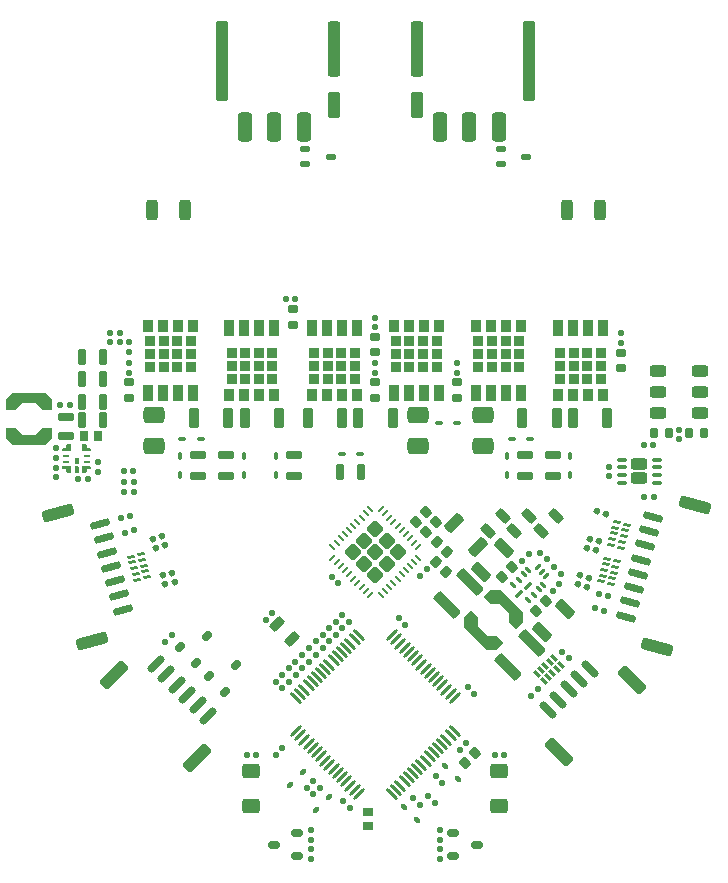
<source format=gbr>
%TF.GenerationSoftware,KiCad,Pcbnew,8.0.6-8.0.6-0~ubuntu22.04.1*%
%TF.CreationDate,2024-11-21T14:47:19+01:00*%
%TF.ProjectId,amulet_controller,616d756c-6574-45f6-936f-6e74726f6c6c,1.1*%
%TF.SameCoordinates,Original*%
%TF.FileFunction,Paste,Top*%
%TF.FilePolarity,Positive*%
%FSLAX46Y46*%
G04 Gerber Fmt 4.6, Leading zero omitted, Abs format (unit mm)*
G04 Created by KiCad (PCBNEW 8.0.6-8.0.6-0~ubuntu22.04.1) date 2024-11-21 14:47:19*
%MOMM*%
%LPD*%
G01*
G04 APERTURE LIST*
G04 Aperture macros list*
%AMRoundRect*
0 Rectangle with rounded corners*
0 $1 Rounding radius*
0 $2 $3 $4 $5 $6 $7 $8 $9 X,Y pos of 4 corners*
0 Add a 4 corners polygon primitive as box body*
4,1,4,$2,$3,$4,$5,$6,$7,$8,$9,$2,$3,0*
0 Add four circle primitives for the rounded corners*
1,1,$1+$1,$2,$3*
1,1,$1+$1,$4,$5*
1,1,$1+$1,$6,$7*
1,1,$1+$1,$8,$9*
0 Add four rect primitives between the rounded corners*
20,1,$1+$1,$2,$3,$4,$5,0*
20,1,$1+$1,$4,$5,$6,$7,0*
20,1,$1+$1,$6,$7,$8,$9,0*
20,1,$1+$1,$8,$9,$2,$3,0*%
%AMRotRect*
0 Rectangle, with rotation*
0 The origin of the aperture is its center*
0 $1 length*
0 $2 width*
0 $3 Rotation angle, in degrees counterclockwise*
0 Add horizontal line*
21,1,$1,$2,0,0,$3*%
%AMFreePoly0*
4,1,13,0.200001,0.350501,0.200001,-0.124500,0.150001,-0.174500,-0.500000,-0.174500,-0.550000,-0.124500,-0.550000,0.000501,-0.500000,0.050501,-0.249998,0.050501,-0.199998,0.100501,-0.199998,0.350501,-0.149998,0.400501,0.150001,0.400501,0.200001,0.350501,0.200001,0.350501,$1*%
%AMFreePoly1*
4,1,13,0.250001,0.124500,0.250001,-0.350503,0.200001,-0.400503,-0.099998,-0.400501,-0.149998,-0.350501,-0.149998,-0.100501,-0.199998,-0.050501,-0.450000,-0.050501,-0.500000,-0.000501,-0.500000,0.124500,-0.450000,0.174500,0.200001,0.174500,0.250001,0.124500,0.250001,0.124500,$1*%
%AMFreePoly2*
4,1,13,0.500000,0.124500,0.500000,-0.000501,0.450000,-0.050501,0.199998,-0.050501,0.149998,-0.100501,0.149998,-0.350501,0.099998,-0.400501,-0.200001,-0.400503,-0.250001,-0.350503,-0.250001,0.124500,-0.200001,0.174500,0.450000,0.174500,0.500000,0.124500,0.500000,0.124500,$1*%
%AMFreePoly3*
4,1,13,0.149998,0.350501,0.149998,0.100501,0.199998,0.050501,0.450000,0.050501,0.500000,0.000501,0.500000,-0.124500,0.450000,-0.174500,-0.200001,-0.174500,-0.250001,-0.124500,-0.250001,0.350501,-0.200001,0.400501,0.099998,0.400501,0.149998,0.350501,0.149998,0.350501,$1*%
%AMFreePoly4*
4,1,11,1.014999,1.170000,0.435000,0.575000,0.435000,-0.575000,1.014999,-1.170000,1.015000,-1.945000,0.125000,-1.945000,-0.434999,-1.395000,-0.434999,1.395000,0.125000,1.945000,1.015000,1.945000,1.014999,1.170000,1.014999,1.170000,$1*%
%AMFreePoly5*
4,1,11,0.434999,1.395000,0.434999,-1.395000,-0.125000,-1.945000,-1.015000,-1.945000,-1.014999,-1.170000,-0.435000,-0.575000,-0.435000,0.575000,-1.014999,1.170000,-1.015000,1.945000,-0.125000,1.945000,0.434999,1.395000,0.434999,1.395000,$1*%
G04 Aperture macros list end*
%ADD10C,0.000000*%
%ADD11RoundRect,0.237500X0.583363X-0.919239X0.919239X-0.583363X-0.583363X0.919239X-0.919239X0.583363X0*%
%ADD12RoundRect,0.130000X-0.130000X-0.130000X0.130000X-0.130000X0.130000X0.130000X-0.130000X0.130000X0*%
%ADD13R,0.900000X0.900000*%
%ADD14R,0.850000X1.450000*%
%ADD15R,0.850000X1.100000*%
%ADD16RoundRect,0.137500X-0.097227X-0.168402X0.168402X-0.097227X0.097227X0.168402X-0.168402X0.097227X0*%
%ADD17RoundRect,0.187500X-0.053033X0.318198X-0.318198X0.053033X0.053033X-0.318198X0.318198X-0.053033X0*%
%ADD18RoundRect,0.150000X0.350000X0.150000X-0.350000X0.150000X-0.350000X-0.150000X0.350000X-0.150000X0*%
%ADD19RoundRect,0.130000X-0.183848X0.000000X0.000000X-0.183848X0.183848X0.000000X0.000000X0.183848X0*%
%ADD20RoundRect,0.187500X-0.194454X0.459619X-0.459619X0.194454X0.194454X-0.459619X0.459619X-0.194454X0*%
%ADD21RoundRect,0.130000X-0.091924X-0.159217X0.159217X-0.091924X0.091924X0.159217X-0.159217X0.091924X0*%
%ADD22RoundRect,0.250000X-0.450000X-0.250000X0.450000X-0.250000X0.450000X0.250000X-0.450000X0.250000X0*%
%ADD23RoundRect,0.075000X-0.350000X-0.075000X0.350000X-0.075000X0.350000X0.075000X-0.350000X0.075000X0*%
%ADD24RoundRect,0.130000X0.183848X0.000000X0.000000X0.183848X-0.183848X0.000000X0.000000X-0.183848X0*%
%ADD25RoundRect,0.162500X0.287500X-0.162500X0.287500X0.162500X-0.287500X0.162500X-0.287500X-0.162500X0*%
%ADD26RoundRect,0.100000X-0.200000X-0.100000X0.200000X-0.100000X0.200000X0.100000X-0.200000X0.100000X0*%
%ADD27RotRect,0.250000X0.600000X225.000000*%
%ADD28RoundRect,0.187500X0.187500X0.462500X-0.187500X0.462500X-0.187500X-0.462500X0.187500X-0.462500X0*%
%ADD29RoundRect,0.310000X0.310000X0.940000X-0.310000X0.940000X-0.310000X-0.940000X0.310000X-0.940000X0*%
%ADD30RoundRect,0.275000X0.275000X0.822500X-0.275000X0.822500X-0.275000X-0.822500X0.275000X-0.822500X0*%
%ADD31RoundRect,0.275000X0.275000X3.122500X-0.275000X3.122500X-0.275000X-3.122500X0.275000X-3.122500X0*%
%ADD32RoundRect,0.275000X0.275000X2.077500X-0.275000X2.077500X-0.275000X-2.077500X0.275000X-2.077500X0*%
%ADD33RoundRect,0.187500X-0.462500X0.187500X-0.462500X-0.187500X0.462500X-0.187500X0.462500X0.187500X0*%
%ADD34RoundRect,0.130000X0.000000X0.183848X-0.183848X0.000000X0.000000X-0.183848X0.183848X0.000000X0*%
%ADD35RoundRect,0.137500X-0.137500X0.137500X-0.137500X-0.137500X0.137500X-0.137500X0.137500X0.137500X0*%
%ADD36RoundRect,0.100000X-0.212132X0.070711X0.070711X-0.212132X0.212132X-0.070711X-0.070711X0.212132X0*%
%ADD37RoundRect,0.240000X0.510000X-0.360000X0.510000X0.360000X-0.510000X0.360000X-0.510000X-0.360000X0*%
%ADD38RoundRect,0.137500X0.168402X0.097227X-0.097227X0.168402X-0.168402X-0.097227X0.097227X-0.168402X0*%
%ADD39RoundRect,0.195652X0.254348X0.654348X-0.254348X0.654348X-0.254348X-0.654348X0.254348X-0.654348X0*%
%ADD40RoundRect,0.137500X-0.194454X0.000000X0.000000X-0.194454X0.194454X0.000000X0.000000X0.194454X0*%
%ADD41RoundRect,0.130000X0.000000X-0.183848X0.183848X0.000000X0.000000X0.183848X-0.183848X0.000000X0*%
%ADD42RoundRect,0.187500X0.462500X-0.187500X0.462500X0.187500X-0.462500X0.187500X-0.462500X-0.187500X0*%
%ADD43RoundRect,0.195652X-0.642545X-0.282843X-0.282843X-0.642545X0.642545X0.282843X0.282843X0.642545X0*%
%ADD44RoundRect,0.162500X-0.287500X0.162500X-0.287500X-0.162500X0.287500X-0.162500X0.287500X0.162500X0*%
%ADD45RoundRect,0.137500X0.194454X0.000000X0.000000X0.194454X-0.194454X0.000000X0.000000X-0.194454X0*%
%ADD46RoundRect,0.137500X0.137500X0.137500X-0.137500X0.137500X-0.137500X-0.137500X0.137500X-0.137500X0*%
%ADD47RoundRect,0.137500X0.000000X-0.194454X0.194454X0.000000X0.000000X0.194454X-0.194454X0.000000X0*%
%ADD48RoundRect,0.350000X0.550000X-0.350000X0.550000X0.350000X-0.550000X0.350000X-0.550000X-0.350000X0*%
%ADD49RoundRect,0.130000X0.159217X0.091924X-0.091924X0.159217X-0.159217X-0.091924X0.091924X-0.159217X0*%
%ADD50RoundRect,0.130000X-0.130000X0.130000X-0.130000X-0.130000X0.130000X-0.130000X0.130000X0.130000X0*%
%ADD51RoundRect,0.175000X-0.500000X0.175000X-0.500000X-0.175000X0.500000X-0.175000X0.500000X0.175000X0*%
%ADD52RoundRect,0.137500X0.137500X-0.137500X0.137500X0.137500X-0.137500X0.137500X-0.137500X-0.137500X0*%
%ADD53RoundRect,0.187500X-0.459619X-0.194454X-0.194454X-0.459619X0.459619X0.194454X0.194454X0.459619X0*%
%ADD54RoundRect,0.206521X-0.268479X-0.643479X0.268479X-0.643479X0.268479X0.643479X-0.268479X0.643479X0*%
%ADD55RoundRect,0.187500X0.262500X-0.187500X0.262500X0.187500X-0.262500X0.187500X-0.262500X-0.187500X0*%
%ADD56RoundRect,0.150000X-0.106066X-0.318198X0.318198X0.106066X0.106066X0.318198X-0.318198X-0.106066X0*%
%ADD57RoundRect,0.137500X-0.262500X-0.137500X0.262500X-0.137500X0.262500X0.137500X-0.262500X0.137500X0*%
%ADD58RoundRect,0.062500X-0.123744X0.212132X-0.212132X0.123744X0.123744X-0.212132X0.212132X-0.123744X0*%
%ADD59RoundRect,0.062500X0.212132X0.123744X0.123744X0.212132X-0.212132X-0.123744X-0.123744X-0.212132X0*%
%ADD60RoundRect,0.062500X0.286555X0.198167X0.198167X0.286555X-0.286555X-0.198167X-0.198167X-0.286555X0*%
%ADD61RoundRect,0.130000X0.130000X0.130000X-0.130000X0.130000X-0.130000X-0.130000X0.130000X-0.130000X0*%
%ADD62RoundRect,0.206521X0.268479X0.643479X-0.268479X0.643479X-0.268479X-0.643479X0.268479X-0.643479X0*%
%ADD63RoundRect,0.150000X-0.601041X-0.388909X-0.388909X-0.601041X0.601041X0.388909X0.388909X0.601041X0*%
%ADD64RoundRect,0.250000X-0.954594X-0.601041X-0.601041X-0.954594X0.954594X0.601041X0.601041X0.954594X0*%
%ADD65RoundRect,0.187500X0.194454X-0.459619X0.459619X-0.194454X-0.194454X0.459619X-0.459619X0.194454X0*%
%ADD66FreePoly0,180.000000*%
%ADD67R,0.600000X0.250000*%
%ADD68FreePoly1,180.000000*%
%ADD69FreePoly2,180.000000*%
%ADD70FreePoly3,180.000000*%
%ADD71RoundRect,0.070000X0.325269X0.424264X-0.424264X-0.325269X-0.325269X-0.424264X0.424264X0.325269X0*%
%ADD72RoundRect,0.070000X-0.325269X0.424264X-0.424264X0.325269X0.325269X-0.424264X0.424264X-0.325269X0*%
%ADD73RoundRect,0.100000X0.100000X-0.200000X0.100000X0.200000X-0.100000X0.200000X-0.100000X-0.200000X0*%
%ADD74RoundRect,0.150000X0.637325X-0.326062X0.714971X-0.036284X-0.637325X0.326062X-0.714971X0.036284X0*%
%ADD75RoundRect,0.250000X0.997814X-0.526182X1.127223X-0.043219X-0.997814X0.526182X-1.127223X0.043219X0*%
%ADD76FreePoly4,225.000000*%
%ADD77FreePoly5,225.000000*%
%ADD78RoundRect,0.130000X0.130000X-0.130000X0.130000X0.130000X-0.130000X0.130000X-0.130000X-0.130000X0*%
%ADD79RoundRect,0.187500X-0.318198X-0.053033X-0.053033X-0.318198X0.318198X0.053033X0.053033X0.318198X0*%
%ADD80RoundRect,0.150000X0.388909X-0.601041X0.601041X-0.388909X-0.388909X0.601041X-0.601041X0.388909X0*%
%ADD81RoundRect,0.250000X0.601041X-0.954594X0.954594X-0.601041X-0.601041X0.954594X-0.954594X0.601041X0*%
%ADD82RoundRect,0.187500X0.053033X-0.318198X0.318198X-0.053033X-0.053033X0.318198X-0.318198X0.053033X0*%
%ADD83RoundRect,0.206521X-0.265165X0.644852X-0.644852X0.265165X0.265165X-0.644852X0.644852X-0.265165X0*%
%ADD84RoundRect,0.195652X-0.254348X-0.654348X0.254348X-0.654348X0.254348X0.654348X-0.254348X0.654348X0*%
%ADD85RoundRect,0.162500X0.162500X0.287500X-0.162500X0.287500X-0.162500X-0.287500X0.162500X-0.287500X0*%
%ADD86RoundRect,0.150000X-0.350000X-0.150000X0.350000X-0.150000X0.350000X0.150000X-0.350000X0.150000X0*%
%ADD87RotRect,0.250000X0.600000X255.000000*%
%ADD88RoundRect,0.100000X-0.070711X-0.212132X0.212132X0.070711X0.070711X0.212132X-0.212132X-0.070711X0*%
%ADD89RoundRect,0.187500X0.187500X0.262500X-0.187500X0.262500X-0.187500X-0.262500X0.187500X-0.262500X0*%
%ADD90RoundRect,0.100000X0.200000X0.100000X-0.200000X0.100000X-0.200000X-0.100000X0.200000X-0.100000X0*%
%ADD91RoundRect,0.137500X0.000000X0.194454X-0.194454X0.000000X0.000000X-0.194454X0.194454X0.000000X0*%
%ADD92RoundRect,0.187500X-0.187500X-0.462500X0.187500X-0.462500X0.187500X0.462500X-0.187500X0.462500X0*%
%ADD93RotRect,0.250000X0.600000X105.000000*%
%ADD94FreePoly4,90.000000*%
%ADD95FreePoly5,90.000000*%
%ADD96RoundRect,0.230000X0.000000X0.487904X-0.487904X0.000000X0.000000X-0.487904X0.487904X0.000000X0*%
%ADD97RoundRect,0.234000X0.000000X0.496389X-0.496389X0.000000X0.000000X-0.496389X0.496389X0.000000X0*%
%ADD98RoundRect,0.055000X0.134350X0.212132X-0.212132X-0.134350X-0.134350X-0.212132X0.212132X0.134350X0*%
%ADD99RoundRect,0.055000X-0.134350X0.212132X-0.212132X0.134350X0.134350X-0.212132X0.212132X-0.134350X0*%
%ADD100RoundRect,0.150000X-0.714971X-0.036284X-0.637325X-0.326062X0.714971X0.036284X0.637325X0.326062X0*%
%ADD101RoundRect,0.250000X-1.127223X-0.043219X-0.997814X-0.526182X1.127223X0.043219X0.997814X0.526182X0*%
%ADD102RoundRect,0.250000X0.450000X0.250000X-0.450000X0.250000X-0.450000X-0.250000X0.450000X-0.250000X0*%
G04 APERTURE END LIST*
D10*
%TO.C,U2*%
G36*
X123375400Y-87538101D02*
G01*
X123375400Y-87988100D01*
X123325400Y-88038100D01*
X123075401Y-88038100D01*
X123025401Y-87988100D01*
X123025401Y-87538101D01*
X123075401Y-87488101D01*
X123325400Y-87488101D01*
X123375400Y-87538101D01*
G37*
G36*
X123375400Y-87538101D02*
G01*
X123375400Y-87988100D01*
X123325400Y-88038100D01*
X123075401Y-88038100D01*
X123025401Y-87988100D01*
X123025401Y-87538101D01*
X123075401Y-87488101D01*
X123325400Y-87488101D01*
X123375400Y-87538101D01*
G37*
G36*
X123375400Y-86788103D02*
G01*
X123375397Y-87238102D01*
X123325397Y-87288102D01*
X123075398Y-87288102D01*
X123025398Y-87238102D01*
X123025398Y-86788103D01*
X123075398Y-86738103D01*
X123325400Y-86738103D01*
X123375400Y-86788103D01*
G37*
G36*
X122750397Y-87513600D02*
G01*
X122750400Y-87913600D01*
X122700400Y-87963602D01*
X122400401Y-87963602D01*
X122350401Y-87913602D01*
X122350401Y-87738601D01*
X122300401Y-87688601D01*
X122050401Y-87688601D01*
X122000401Y-87638599D01*
X122000404Y-87513600D01*
X122050401Y-87463603D01*
X122700400Y-87463603D01*
X122750397Y-87513600D01*
G37*
G36*
X124400394Y-87513600D02*
G01*
X124400397Y-87638599D01*
X124350397Y-87688601D01*
X124100397Y-87688601D01*
X124050397Y-87738601D01*
X124050397Y-87913602D01*
X124000397Y-87963602D01*
X123700398Y-87963602D01*
X123650398Y-87913600D01*
X123650401Y-87513600D01*
X123700398Y-87463603D01*
X124350397Y-87463603D01*
X124400394Y-87513600D01*
G37*
G36*
X124000397Y-85637599D02*
G01*
X124050397Y-85687599D01*
X124050397Y-85937599D01*
X124100397Y-85987599D01*
X124350399Y-85987599D01*
X124400399Y-86037599D01*
X124400399Y-86162600D01*
X124350399Y-86212600D01*
X123700398Y-86212600D01*
X123650398Y-86162600D01*
X123650398Y-85687597D01*
X123700398Y-85637597D01*
X124000397Y-85637599D01*
G37*
%TD*%
D11*
%TO.C,C38*%
X159742740Y-104427232D03*
X161722638Y-102447334D03*
%TD*%
D12*
%TO.C,C138*%
X140900000Y-73299954D03*
X141700000Y-73299954D03*
%TD*%
D13*
%TO.C,Q3*%
X146775400Y-77900100D03*
X145625400Y-77900100D03*
X144475400Y-77900100D03*
X143325400Y-77900100D03*
X146775400Y-79000100D03*
X145625400Y-79000100D03*
X144475400Y-79000100D03*
X143325400Y-79000100D03*
X146775400Y-80100100D03*
X145625400Y-80100100D03*
X144475400Y-80100100D03*
X143325400Y-80100100D03*
D14*
X146955400Y-75750100D03*
X145685400Y-75750100D03*
X144415400Y-75750100D03*
X143145400Y-75750100D03*
D15*
X143145400Y-81425100D03*
X144415400Y-81425100D03*
X145685400Y-81425100D03*
X146955400Y-81425100D03*
%TD*%
D16*
%TO.C,R42*%
X130521710Y-96685879D03*
X131294450Y-96478823D03*
%TD*%
D17*
%TO.C,C1*%
X156924664Y-111725836D03*
X156076136Y-112574364D03*
%TD*%
D18*
%TO.C,Q7*%
X141900400Y-120450100D03*
X141900400Y-118550100D03*
X139900400Y-119500100D03*
%TD*%
D19*
%TO.C,C128*%
X164307557Y-103177257D03*
X164873243Y-103742943D03*
%TD*%
D20*
%TO.C,C16*%
X159286796Y-91663704D03*
X158014004Y-92936496D03*
%TD*%
D16*
%TO.C,R40*%
X129693490Y-93594919D03*
X130466230Y-93387863D03*
%TD*%
D21*
%TO.C,C113*%
X126943013Y-91862072D03*
X127715753Y-91655016D03*
%TD*%
D22*
%TO.C,U10*%
X170850400Y-87300100D03*
X170850400Y-88500100D03*
D23*
X169400400Y-86925100D03*
X169400400Y-87575100D03*
X169400400Y-88225100D03*
X169400400Y-88875100D03*
X172300400Y-88875100D03*
X172300400Y-88225100D03*
X172300400Y-87575100D03*
X172300400Y-86925100D03*
%TD*%
D24*
%TO.C,C5*%
X146333243Y-116382943D03*
X145767557Y-115817257D03*
%TD*%
D25*
%TO.C,R55*%
X155450000Y-81675000D03*
X155450000Y-80375000D03*
%TD*%
D26*
%TO.C,D8*%
X145650400Y-86425100D03*
X147200400Y-86425100D03*
%TD*%
D27*
%TO.C,D26*%
X163594460Y-103679943D03*
X163240907Y-104033496D03*
X162887354Y-104387050D03*
X162533800Y-104740603D03*
X162180247Y-105094156D03*
X162781288Y-105695197D03*
X163134841Y-105341644D03*
X163488394Y-104988090D03*
X163841948Y-104634537D03*
X164195501Y-104280984D03*
%TD*%
D28*
%TO.C,C20*%
X125475399Y-83548100D03*
X123675399Y-83548100D03*
%TD*%
D29*
%TO.C,J12*%
X153950400Y-58785100D03*
X156450400Y-58785100D03*
X158950400Y-58785100D03*
D30*
X151980400Y-56857600D03*
D31*
X161520400Y-53152600D03*
D32*
X151980400Y-52107600D03*
%TD*%
D33*
%TO.C,R10*%
X163524600Y-86525000D03*
X163524600Y-88325000D03*
%TD*%
D34*
%TO.C,C8*%
X156208243Y-110917257D03*
X155642557Y-111482943D03*
%TD*%
D35*
%TO.C,R30*%
X127200400Y-88825100D03*
X127200400Y-89625100D03*
%TD*%
D36*
%TO.C,D19*%
X150952392Y-116352092D03*
X152048408Y-117448108D03*
%TD*%
D34*
%TO.C,C2*%
X139783243Y-99917257D03*
X139217557Y-100482943D03*
%TD*%
D37*
%TO.C,D13*%
X159000400Y-116250100D03*
X159000400Y-113250100D03*
%TD*%
D38*
%TO.C,R37*%
X167217538Y-94588123D03*
X166444798Y-94381067D03*
%TD*%
D39*
%TO.C,C95*%
X163840000Y-83400000D03*
X160940000Y-83400000D03*
%TD*%
D40*
%TO.C,R6*%
X162429743Y-94775222D03*
X162995429Y-95340908D03*
%TD*%
D41*
%TO.C,C94*%
X152292557Y-96732943D03*
X152858243Y-96167257D03*
%TD*%
D13*
%TO.C,Q4*%
X150225400Y-79100100D03*
X151375400Y-79100100D03*
X152525400Y-79100100D03*
X153675400Y-79100100D03*
X150225400Y-78000100D03*
X151375400Y-78000100D03*
X152525400Y-78000100D03*
X153675400Y-78000100D03*
X150225400Y-76900100D03*
X151375400Y-76900100D03*
X152525400Y-76900100D03*
X153675400Y-76900100D03*
D14*
X150045400Y-81250100D03*
X151315400Y-81250100D03*
X152585400Y-81250100D03*
X153855400Y-81250100D03*
D15*
X153855400Y-75575100D03*
X152585400Y-75575100D03*
X151315400Y-75575100D03*
X150045400Y-75575100D03*
%TD*%
D42*
%TO.C,R11*%
X161150000Y-88325000D03*
X161150000Y-86525000D03*
%TD*%
D43*
%TO.C,C89*%
X155175095Y-92299795D03*
X157225705Y-94350405D03*
%TD*%
D44*
%TO.C,R58*%
X169320000Y-77874998D03*
X169320000Y-79174998D03*
%TD*%
D45*
%TO.C,R3*%
X144033243Y-102857943D03*
X143467557Y-102292257D03*
%TD*%
D42*
%TO.C,R17*%
X133480000Y-88325000D03*
X133480000Y-86525000D03*
%TD*%
D19*
%TO.C,C90*%
X144792557Y-96817257D03*
X145358243Y-97382943D03*
%TD*%
%TO.C,C9*%
X156307557Y-106167257D03*
X156873243Y-106732943D03*
%TD*%
D46*
%TO.C,R23*%
X138400400Y-111950100D03*
X137600400Y-111950100D03*
%TD*%
D41*
%TO.C,C28*%
X163505044Y-98048626D03*
X164070730Y-97482940D03*
%TD*%
D47*
%TO.C,R47*%
X143242557Y-115257943D03*
X143808243Y-114692257D03*
%TD*%
D29*
%TO.C,J13*%
X137450400Y-58785100D03*
X139950400Y-58785100D03*
X142450400Y-58785100D03*
D31*
X135480400Y-53152600D03*
D30*
X145020400Y-56860100D03*
D32*
X145020400Y-52110100D03*
%TD*%
D48*
%TO.C,R12*%
X157575400Y-85790000D03*
X157575400Y-83090000D03*
%TD*%
D49*
%TO.C,C114*%
X168211752Y-98498689D03*
X167439012Y-98291633D03*
%TD*%
D41*
%TO.C,C11*%
X142309714Y-104590786D03*
X142875400Y-104025100D03*
%TD*%
D50*
%TO.C,C27*%
X121440400Y-85940100D03*
X121440400Y-86740100D03*
%TD*%
D38*
%TO.C,R35*%
X166385783Y-97672957D03*
X165613043Y-97465901D03*
%TD*%
D16*
%TO.C,R43*%
X130726866Y-97458621D03*
X131499606Y-97251565D03*
%TD*%
D46*
%TO.C,R33*%
X172040400Y-85700100D03*
X171240400Y-85700100D03*
%TD*%
D13*
%TO.C,Q6*%
X129410401Y-79100100D03*
X130560401Y-79100100D03*
X131710401Y-79100100D03*
X132860401Y-79100100D03*
X129410401Y-78000100D03*
X130560401Y-78000100D03*
X131710401Y-78000100D03*
X132860401Y-78000100D03*
X129410401Y-76900100D03*
X130560401Y-76900100D03*
X131710401Y-76900100D03*
X132860401Y-76900100D03*
D14*
X129230401Y-81250100D03*
X130500401Y-81250100D03*
X131770401Y-81250100D03*
X133040401Y-81250100D03*
D15*
X133040401Y-75575100D03*
X131770401Y-75575100D03*
X130500401Y-75575100D03*
X129230401Y-75575100D03*
%TD*%
D51*
%TO.C,C37*%
X122300399Y-83288100D03*
X122300399Y-84888100D03*
%TD*%
D52*
%TO.C,TH1*%
X127640000Y-77780000D03*
X127640000Y-76980000D03*
%TD*%
D53*
%TO.C,FB1*%
X140164004Y-100863704D03*
X141436796Y-102136496D03*
%TD*%
D21*
%TO.C,C115*%
X127274030Y-93093628D03*
X128046770Y-92886572D03*
%TD*%
D54*
%TO.C,C50*%
X164700000Y-65800000D03*
X167500000Y-65800000D03*
%TD*%
D19*
%TO.C,C3*%
X150467557Y-100342257D03*
X151033243Y-100907943D03*
%TD*%
D52*
%TO.C,R25*%
X153950400Y-119100100D03*
X153950400Y-118300100D03*
%TD*%
D55*
%TO.C,C130*%
X147900000Y-117950000D03*
X147900000Y-116750000D03*
%TD*%
D49*
%TO.C,C112*%
X167886770Y-99703628D03*
X167114030Y-99496572D03*
%TD*%
D48*
%TO.C,R18*%
X129760000Y-85790000D03*
X129760000Y-83090000D03*
%TD*%
D35*
%TO.C,R22*%
X143050400Y-119900100D03*
X143050400Y-120700100D03*
%TD*%
D56*
%TO.C,D27*%
X131947148Y-102795331D03*
X133290651Y-104138834D03*
X134245245Y-101840737D03*
%TD*%
D57*
%TO.C,D24*%
X159125400Y-60600100D03*
X159125400Y-61900100D03*
X161275400Y-61250100D03*
%TD*%
D58*
%TO.C,U3*%
X161439790Y-98805731D03*
X161899409Y-98346112D03*
X162359029Y-97886492D03*
X162712582Y-97532939D03*
D59*
X162942392Y-96737444D03*
X162588838Y-96383891D03*
X162235285Y-96030337D03*
D58*
X161439790Y-96260147D03*
X161086237Y-96613700D03*
X160626617Y-97073320D03*
X160166998Y-97532939D03*
D60*
X160683009Y-98289720D03*
X161400899Y-97571830D03*
%TD*%
D24*
%TO.C,C26*%
X164215193Y-96560668D03*
X163649507Y-95994982D03*
%TD*%
D17*
%TO.C,C23*%
X160056864Y-96038036D03*
X159208336Y-96886564D03*
%TD*%
D61*
%TO.C,C108*%
X172050401Y-90100103D03*
X171250401Y-90100103D03*
%TD*%
D17*
%TO.C,C88*%
X152774664Y-91355836D03*
X151926136Y-92204364D03*
%TD*%
D13*
%TO.C,Q1*%
X167575400Y-77900100D03*
X166425400Y-77900100D03*
X165275400Y-77900100D03*
X164125400Y-77900100D03*
X167575400Y-79000100D03*
X166425400Y-79000100D03*
X165275400Y-79000100D03*
X164125400Y-79000100D03*
X167575400Y-80100100D03*
X166425400Y-80100100D03*
X165275400Y-80100100D03*
X164125400Y-80100100D03*
D14*
X167755400Y-75750100D03*
X166485400Y-75750100D03*
X165215400Y-75750100D03*
X163945400Y-75750100D03*
D15*
X163945400Y-81425100D03*
X165215400Y-81425100D03*
X166485400Y-81425100D03*
X167755400Y-81425100D03*
%TD*%
D41*
%TO.C,C127*%
X161667557Y-106932943D03*
X162233243Y-106367257D03*
%TD*%
D62*
%TO.C,C66*%
X132350000Y-65800000D03*
X129550000Y-65800000D03*
%TD*%
D63*
%TO.C,J10*%
X129921170Y-104184914D03*
X130805053Y-105068797D03*
X131688937Y-105952681D03*
X132572820Y-106836564D03*
X133456704Y-107720448D03*
X134340587Y-108604331D03*
D64*
X126350281Y-105139508D03*
X133385993Y-112175220D03*
%TD*%
D65*
%TO.C,C18*%
X162514004Y-92936496D03*
X163786796Y-91663704D03*
%TD*%
D66*
%TO.C,U2*%
X123850399Y-87638100D03*
D67*
X124100399Y-87088100D03*
X124100399Y-86588100D03*
D68*
X123900399Y-86038100D03*
D69*
X122500399Y-86038100D03*
D67*
X122300399Y-86588100D03*
X122300399Y-87088100D03*
D70*
X122500399Y-87638100D03*
%TD*%
D12*
%TO.C,C29*%
X121825400Y-82250100D03*
X122625400Y-82250100D03*
%TD*%
D46*
%TO.C,R4*%
X124150398Y-88563101D03*
X123350398Y-88563101D03*
%TD*%
D42*
%TO.C,R16*%
X135860000Y-88325000D03*
X135860000Y-86525000D03*
%TD*%
D71*
%TO.C,U1*%
X155217914Y-107085886D03*
X154864361Y-106732333D03*
X154510808Y-106378780D03*
X154157254Y-106025226D03*
X153803701Y-105671673D03*
X153450147Y-105318119D03*
X153096594Y-104964566D03*
X152743041Y-104611013D03*
X152389487Y-104257459D03*
X152035934Y-103903906D03*
X151682381Y-103550353D03*
X151328827Y-103196799D03*
X150975274Y-102843246D03*
X150621720Y-102489692D03*
X150268167Y-102136139D03*
X149914614Y-101782586D03*
D72*
X147086186Y-101782586D03*
X146732633Y-102136139D03*
X146379080Y-102489692D03*
X146025526Y-102843246D03*
X145671973Y-103196799D03*
X145318419Y-103550353D03*
X144964866Y-103903906D03*
X144611313Y-104257459D03*
X144257759Y-104611013D03*
X143904206Y-104964566D03*
X143550653Y-105318119D03*
X143197099Y-105671673D03*
X142843546Y-106025226D03*
X142489992Y-106378780D03*
X142136439Y-106732333D03*
X141782886Y-107085886D03*
D71*
X141782886Y-109914314D03*
X142136439Y-110267867D03*
X142489992Y-110621420D03*
X142843546Y-110974974D03*
X143197099Y-111328527D03*
X143550653Y-111682081D03*
X143904206Y-112035634D03*
X144257759Y-112389187D03*
X144611313Y-112742741D03*
X144964866Y-113096294D03*
X145318419Y-113449847D03*
X145671973Y-113803401D03*
X146025526Y-114156954D03*
X146379080Y-114510508D03*
X146732633Y-114864061D03*
X147086186Y-115217614D03*
D72*
X149914614Y-115217614D03*
X150268167Y-114864061D03*
X150621720Y-114510508D03*
X150975274Y-114156954D03*
X151328827Y-113803401D03*
X151682381Y-113449847D03*
X152035934Y-113096294D03*
X152389487Y-112742741D03*
X152743041Y-112389187D03*
X153096594Y-112035634D03*
X153450147Y-111682081D03*
X153803701Y-111328527D03*
X154157254Y-110974974D03*
X154510808Y-110621420D03*
X154864361Y-110267867D03*
X155217914Y-109914314D03*
%TD*%
D73*
%TO.C,D4*%
X165010000Y-88175000D03*
X165010000Y-86625000D03*
%TD*%
D24*
%TO.C,C14*%
X143458243Y-103432943D03*
X142892557Y-102867257D03*
%TD*%
D45*
%TO.C,R44*%
X152258243Y-116157943D03*
X151692557Y-115592257D03*
%TD*%
D47*
%TO.C,R45*%
X142692557Y-114707943D03*
X143258243Y-114142257D03*
%TD*%
D50*
%TO.C,C136*%
X169320000Y-76224998D03*
X169320000Y-77024998D03*
%TD*%
D16*
%TO.C,R41*%
X129900542Y-94367662D03*
X130673282Y-94160606D03*
%TD*%
D74*
%TO.C,J6*%
X169721104Y-100197210D03*
X170044628Y-98989803D03*
X170368152Y-97782396D03*
X170691675Y-96574988D03*
X171015199Y-95367581D03*
X171338723Y-94160174D03*
X171662247Y-92952767D03*
X171985771Y-91745359D03*
D75*
X172333251Y-102812394D03*
X175555547Y-90786617D03*
%TD*%
D17*
%TO.C,C25*%
X162934664Y-98915836D03*
X162086136Y-99764364D03*
%TD*%
D50*
%TO.C,C129*%
X174200400Y-84400100D03*
X174200400Y-85200100D03*
%TD*%
%TO.C,C103*%
X128050400Y-88825100D03*
X128050400Y-89625100D03*
%TD*%
D76*
%TO.C,L2*%
X159735665Y-99237066D03*
D77*
X157239579Y-101733152D03*
%TD*%
D73*
%TO.C,D7*%
X140120000Y-88175000D03*
X140120000Y-86625000D03*
%TD*%
D78*
%TO.C,C109*%
X168250402Y-88300100D03*
X168250402Y-87500100D03*
%TD*%
D79*
%TO.C,C93*%
X153651136Y-95575836D03*
X154499664Y-96424364D03*
%TD*%
D73*
%TO.C,D10*%
X137340000Y-88180000D03*
X137340000Y-86630000D03*
%TD*%
D80*
%TO.C,J14*%
X163099486Y-108134719D03*
X163983369Y-107250836D03*
X164867252Y-106366952D03*
X165751136Y-105483069D03*
X166635019Y-104599186D03*
D81*
X164054080Y-111705609D03*
X170205909Y-105553780D03*
%TD*%
D82*
%TO.C,C92*%
X152776136Y-93054364D03*
X153624664Y-92205836D03*
%TD*%
D83*
%TO.C,C21*%
X159410349Y-94410151D03*
X157430451Y-96390049D03*
%TD*%
D35*
%TO.C,R24*%
X153950400Y-119900100D03*
X153950400Y-120700100D03*
%TD*%
D57*
%TO.C,D25*%
X142575400Y-60600100D03*
X142575400Y-61900100D03*
X144725400Y-61250100D03*
%TD*%
D41*
%TO.C,C126*%
X130717557Y-102332943D03*
X131283243Y-101767257D03*
%TD*%
D48*
%TO.C,R15*%
X152100000Y-85790000D03*
X152100000Y-83090000D03*
%TD*%
D24*
%TO.C,C13*%
X144608243Y-102282943D03*
X144042557Y-101717257D03*
%TD*%
D84*
%TO.C,C96*%
X137450400Y-83400100D03*
X140350400Y-83400100D03*
%TD*%
D41*
%TO.C,C7*%
X141734714Y-104015786D03*
X142300400Y-103450100D03*
%TD*%
D11*
%TO.C,C30*%
X154545502Y-99229998D03*
X156525400Y-97250100D03*
%TD*%
D78*
%TO.C,C135*%
X127640000Y-79549999D03*
X127640000Y-78749999D03*
%TD*%
D85*
%TO.C,R51*%
X173350400Y-84680098D03*
X172050400Y-84680098D03*
%TD*%
D73*
%TO.C,D5*%
X159670000Y-88175000D03*
X159670000Y-86625000D03*
%TD*%
D46*
%TO.C,R27*%
X126840000Y-76980000D03*
X126040000Y-76980000D03*
%TD*%
D86*
%TO.C,Q8*%
X155100400Y-118550100D03*
X155100400Y-120450100D03*
X157100400Y-119500100D03*
%TD*%
D50*
%TO.C,C137*%
X148500000Y-74900000D03*
X148500000Y-75700000D03*
%TD*%
D44*
%TO.C,R60*%
X141539998Y-74180001D03*
X141539998Y-75480001D03*
%TD*%
D26*
%TO.C,D6*%
X153850000Y-83800000D03*
X155400000Y-83800000D03*
%TD*%
D87*
%TO.C,D16*%
X168954468Y-92199176D03*
X168825058Y-92682139D03*
X168695649Y-93165102D03*
X168566239Y-93648065D03*
X168436829Y-94131028D03*
X169257866Y-94351024D03*
X169387276Y-93868061D03*
X169516685Y-93385098D03*
X169646095Y-92902135D03*
X169775505Y-92419172D03*
%TD*%
D73*
%TO.C,D11*%
X131990000Y-88180000D03*
X131990000Y-86630000D03*
%TD*%
D37*
%TO.C,D12*%
X138000400Y-116250100D03*
X138000400Y-113250100D03*
%TD*%
D85*
%TO.C,R50*%
X176350400Y-84680099D03*
X175050400Y-84680099D03*
%TD*%
D88*
%TO.C,D22*%
X143452392Y-116548108D03*
X144548408Y-115452092D03*
%TD*%
D45*
%TO.C,R2*%
X145158243Y-101732943D03*
X144592557Y-101167257D03*
%TD*%
D20*
%TO.C,FB3*%
X161536796Y-91663704D03*
X160264004Y-92936496D03*
%TD*%
D78*
%TO.C,C133*%
X155450000Y-79550000D03*
X155450000Y-78750000D03*
%TD*%
D44*
%TO.C,R59*%
X148500000Y-76500000D03*
X148500000Y-77800000D03*
%TD*%
D89*
%TO.C,C22*%
X124990400Y-84910100D03*
X123790400Y-84910100D03*
%TD*%
D61*
%TO.C,C101*%
X126840000Y-76170000D03*
X126040000Y-76170000D03*
%TD*%
D47*
%TO.C,R8*%
X140067557Y-111932943D03*
X140633243Y-111367257D03*
%TD*%
D38*
%TO.C,R38*%
X167423301Y-93820205D03*
X166650561Y-93613149D03*
%TD*%
D90*
%TO.C,D3*%
X161615000Y-85200000D03*
X160065000Y-85200000D03*
%TD*%
D91*
%TO.C,R5*%
X161507470Y-94919674D03*
X160941784Y-95485360D03*
%TD*%
D45*
%TO.C,R46*%
X154158243Y-114257943D03*
X153592557Y-113692257D03*
%TD*%
D83*
%TO.C,C19*%
X164560349Y-99560151D03*
X162580451Y-101540049D03*
%TD*%
D45*
%TO.C,R1*%
X145708243Y-101182943D03*
X145142557Y-100617257D03*
%TD*%
D42*
%TO.C,R13*%
X141600400Y-88325100D03*
X141600400Y-86525100D03*
%TD*%
D39*
%TO.C,C98*%
X145675000Y-83400000D03*
X142775000Y-83400000D03*
%TD*%
D24*
%TO.C,C4*%
X140608243Y-106282943D03*
X140042557Y-105717257D03*
%TD*%
D25*
%TO.C,R57*%
X127640000Y-81675000D03*
X127640000Y-80375000D03*
%TD*%
D84*
%TO.C,C97*%
X147050000Y-83400000D03*
X149950000Y-83400000D03*
%TD*%
D34*
%TO.C,C6*%
X141175400Y-104575100D03*
X140609714Y-105140786D03*
%TD*%
%TO.C,C10*%
X141750400Y-105150100D03*
X141184714Y-105715786D03*
%TD*%
D38*
%TO.C,R39*%
X168044463Y-91501991D03*
X167271723Y-91294935D03*
%TD*%
D92*
%TO.C,R14*%
X145520401Y-87975100D03*
X147320401Y-87975100D03*
%TD*%
D93*
%TO.C,D17*%
X129141797Y-96848571D03*
X129012387Y-96365608D03*
X128882977Y-95882645D03*
X128753568Y-95399682D03*
X128624158Y-94916719D03*
X127803121Y-95136715D03*
X127932531Y-95619678D03*
X128061941Y-96102641D03*
X128191350Y-96585604D03*
X128320760Y-97068567D03*
%TD*%
D79*
%TO.C,C91*%
X153686136Y-93850836D03*
X154534664Y-94699364D03*
%TD*%
D92*
%TO.C,C15*%
X123670400Y-78200100D03*
X125470400Y-78200100D03*
%TD*%
D46*
%TO.C,R26*%
X159400400Y-111950100D03*
X158600400Y-111950100D03*
%TD*%
D88*
%TO.C,D20*%
X141302392Y-114448108D03*
X142398408Y-113352092D03*
%TD*%
D56*
%TO.C,D23*%
X134386666Y-105234849D03*
X135730169Y-106578352D03*
X136684763Y-104280255D03*
%TD*%
D84*
%TO.C,C100*%
X165225400Y-83400100D03*
X168125400Y-83400100D03*
%TD*%
D94*
%TO.C,L1*%
X119200400Y-85245100D03*
D95*
X119200400Y-81715100D03*
%TD*%
D78*
%TO.C,C134*%
X148500000Y-79550000D03*
X148500000Y-78750000D03*
%TD*%
D25*
%TO.C,R56*%
X148500000Y-81675000D03*
X148500000Y-80375000D03*
%TD*%
D52*
%TO.C,R21*%
X143050400Y-119100100D03*
X143050400Y-118300100D03*
%TD*%
D24*
%TO.C,C12*%
X146258243Y-100632943D03*
X145692557Y-100067257D03*
%TD*%
D38*
%TO.C,R36*%
X166592834Y-96900218D03*
X165820094Y-96693162D03*
%TD*%
D96*
%TO.C,U6*%
X150437873Y-94750100D03*
D97*
X149469136Y-93781364D03*
D96*
X148500400Y-92812627D03*
X149469136Y-95718836D03*
X148500400Y-94750100D03*
X147531664Y-93781364D03*
X148500400Y-96687573D03*
X147531664Y-95718836D03*
X146562927Y-94750100D03*
D98*
X152142000Y-94290481D03*
X151788447Y-93936927D03*
X151434893Y-93583374D03*
X151081340Y-93229820D03*
X150727786Y-92876267D03*
X150374233Y-92522714D03*
X150020680Y-92169160D03*
X149667126Y-91815607D03*
X149313573Y-91462053D03*
X148960019Y-91108500D03*
D99*
X148040781Y-91108500D03*
X147687227Y-91462053D03*
X147333674Y-91815607D03*
X146980120Y-92169160D03*
X146626567Y-92522714D03*
X146273014Y-92876267D03*
X145919460Y-93229820D03*
X145565907Y-93583374D03*
X145212353Y-93936927D03*
X144858800Y-94290481D03*
D98*
X144858800Y-95209719D03*
X145212353Y-95563273D03*
X145565907Y-95916826D03*
X145919460Y-96270380D03*
X146273014Y-96623933D03*
X146626567Y-96977486D03*
X146980120Y-97331040D03*
X147333674Y-97684593D03*
X147687227Y-98038147D03*
X148040781Y-98391700D03*
D99*
X148960019Y-98391700D03*
X149313573Y-98038147D03*
X149667126Y-97684593D03*
X150020680Y-97331040D03*
X150374233Y-96977486D03*
X150727786Y-96623933D03*
X151081340Y-96270380D03*
X151434893Y-95916826D03*
X151788447Y-95563273D03*
X152142000Y-95209719D03*
%TD*%
D13*
%TO.C,Q2*%
X157225400Y-79100100D03*
X158375400Y-79100100D03*
X159525400Y-79100100D03*
X160675400Y-79100100D03*
X157225400Y-78000100D03*
X158375400Y-78000100D03*
X159525400Y-78000100D03*
X160675400Y-78000100D03*
X157225400Y-76900100D03*
X158375400Y-76900100D03*
X159525400Y-76900100D03*
X160675400Y-76900100D03*
D14*
X157045400Y-81250100D03*
X158315400Y-81250100D03*
X159585400Y-81250100D03*
X160855400Y-81250100D03*
D15*
X160855400Y-75575100D03*
X159585400Y-75575100D03*
X158315400Y-75575100D03*
X157045400Y-75575100D03*
%TD*%
D50*
%TO.C,C24*%
X121440400Y-87613101D03*
X121440400Y-88413101D03*
%TD*%
D28*
%TO.C,C17*%
X125475400Y-82010100D03*
X123675400Y-82010100D03*
%TD*%
D90*
%TO.C,D9*%
X133695000Y-85200000D03*
X132145000Y-85200000D03*
%TD*%
D100*
%TO.C,J7*%
X125156791Y-92369063D03*
X125480315Y-93576470D03*
X125803839Y-94783877D03*
X126127363Y-95991285D03*
X126450887Y-97198692D03*
X126774410Y-98406099D03*
X127097934Y-99613507D03*
D101*
X121587013Y-91410321D03*
X124485787Y-102228690D03*
%TD*%
D45*
%TO.C,R9*%
X153553243Y-115982943D03*
X152987557Y-115417257D03*
%TD*%
D35*
%TO.C,R7*%
X125000400Y-87150100D03*
X125000400Y-87950100D03*
%TD*%
D13*
%TO.C,Q5*%
X139775400Y-77900100D03*
X138625400Y-77900100D03*
X137475400Y-77900100D03*
X136325400Y-77900100D03*
X139775400Y-79000100D03*
X138625400Y-79000100D03*
X137475400Y-79000100D03*
X136325400Y-79000100D03*
X139775400Y-80100100D03*
X138625400Y-80100100D03*
X137475400Y-80100100D03*
X136325400Y-80100100D03*
D14*
X139955400Y-75750100D03*
X138685400Y-75750100D03*
X137415400Y-75750100D03*
X136145400Y-75750100D03*
D15*
X136145400Y-81425100D03*
X137415400Y-81425100D03*
X138685400Y-81425100D03*
X139955400Y-81425100D03*
%TD*%
D36*
%TO.C,D21*%
X154427392Y-112877092D03*
X155523408Y-113973108D03*
%TD*%
D92*
%TO.C,FB2*%
X123670400Y-80100100D03*
X125470400Y-80100100D03*
%TD*%
D102*
%TO.C,SW1*%
X175950400Y-82930100D03*
X175950400Y-81180100D03*
X175950400Y-79430100D03*
X172450400Y-82930100D03*
X172450400Y-81180100D03*
X172450400Y-79430100D03*
%TD*%
D46*
%TO.C,R29*%
X128000400Y-87875102D03*
X127200400Y-87875102D03*
%TD*%
D87*
%TO.C,D18*%
X168123701Y-95292307D03*
X167994291Y-95775270D03*
X167864882Y-96258233D03*
X167735472Y-96741196D03*
X167606062Y-97224159D03*
X168427099Y-97444155D03*
X168556509Y-96961192D03*
X168685918Y-96478229D03*
X168815328Y-95995266D03*
X168944738Y-95512303D03*
%TD*%
D39*
%TO.C,C99*%
X136050000Y-83400000D03*
X133150000Y-83400000D03*
%TD*%
M02*

</source>
